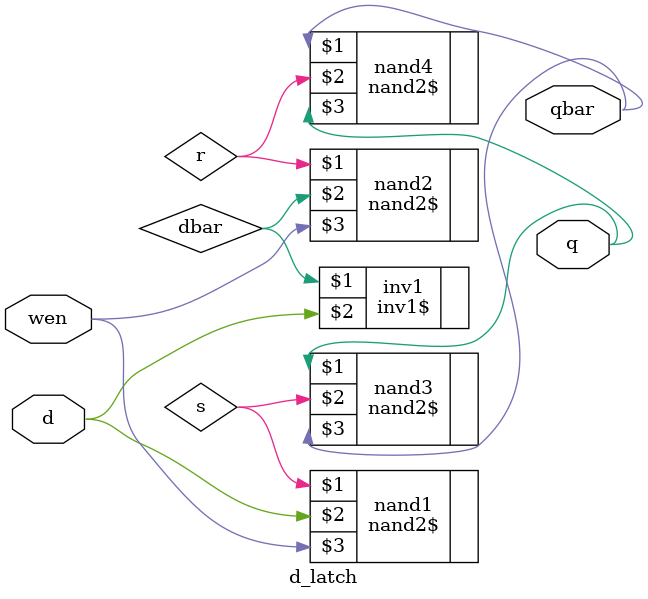
<source format=v>
module TOP;

   reg d, we;
   wire q, qb;
   
   initial
      begin
	 
	 d = 0;
	 we = 0;
	 
	 #1
	    we = 1;
	 #1
	    we = 0;
	 
	 #1
	    d = 1;
	 #1
	    we = 1;
	 
	 #1
	    d = 0;
	 #1
	    d = 1;
	 #1
	    d = 0;
	 #0.8
	    we = 0;
	 
      end
   
   // Run simulation for 15 ns.  
   initial #15 $finish;
   
   // Dump all waveforms to d_latch.dump
   initial
      begin
	 //$dumpfile ("d_latch.dump");
	 //$dumpvars (0, TOP);
	 $vcdplusfile("d_latch.dump.vpd");
	 $vcdpluson(0, TOP); 
      end // initial begin
   
   always @(posedge d)
      $strobe ("at time %0d, wen = %b", $time, we);
   
   d_latch latch1 (d, q, qb, we);
   
endmodule

//-----------------------------------------------------

// GATED D LATCH

//-----------------------------------------------------
// Functionality:
// pass d when wen is 1
// hold d when wen is 0
//
module d_latch (d, q, qbar, wen);
   input d, wen;
   output q, qbar;
   
   wire   dbar, r, s;
   
   inv1$ inv1 (dbar, d);
   nand2$ nand1 (s, d, wen),
          nand2 (r, dbar, wen),
   
          nand3 (q, s, qbar),
          nand4 (qbar, r, q);
   
endmodule


</source>
